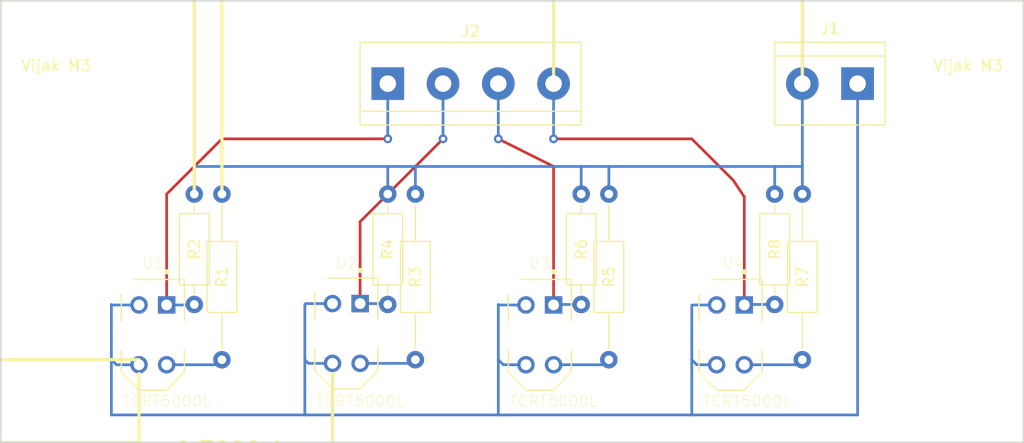
<source format=kicad_pcb>
(kicad_pcb (version 20171130) (host pcbnew "(5.0.2)-1")

  (general
    (thickness 1.6)
    (drawings 10)
    (tracks 80)
    (zones 0)
    (modules 16)
    (nets 11)
  )

  (page A4)
  (title_block
    (title "4 IR Sensors")
    (date 2019-11-12)
    (rev V1)
  )

  (layers
    (0 F.Cu signal)
    (31 B.Cu signal)
    (32 B.Adhes user)
    (33 F.Adhes user)
    (34 B.Paste user)
    (35 F.Paste user)
    (36 B.SilkS user)
    (37 F.SilkS user hide)
    (38 B.Mask user)
    (39 F.Mask user)
    (40 Dwgs.User user)
    (41 Cmts.User user)
    (42 Eco1.User user)
    (43 Eco2.User user)
    (44 Edge.Cuts user)
    (45 Margin user)
    (46 B.CrtYd user)
    (47 F.CrtYd user)
    (48 B.Fab user)
    (49 F.Fab user hide)
  )

  (setup
    (last_trace_width 0.25)
    (trace_clearance 0.2)
    (zone_clearance 0.508)
    (zone_45_only no)
    (trace_min 0.2)
    (segment_width 0.2)
    (edge_width 0.15)
    (via_size 0.8)
    (via_drill 0.4)
    (via_min_size 0.4)
    (via_min_drill 0.3)
    (uvia_size 0.3)
    (uvia_drill 0.1)
    (uvias_allowed no)
    (uvia_min_size 0.2)
    (uvia_min_drill 0.1)
    (pcb_text_width 0.3)
    (pcb_text_size 1.5 1.5)
    (mod_edge_width 0.15)
    (mod_text_size 1 1)
    (mod_text_width 0.15)
    (pad_size 1.524 1.524)
    (pad_drill 0.762)
    (pad_to_mask_clearance 0.051)
    (solder_mask_min_width 0.25)
    (aux_axis_origin 0 0)
    (visible_elements 7FFFFFFF)
    (pcbplotparams
      (layerselection 0x010fc_ffffffff)
      (usegerberextensions false)
      (usegerberattributes false)
      (usegerberadvancedattributes false)
      (creategerberjobfile false)
      (excludeedgelayer true)
      (linewidth 0.100000)
      (plotframeref false)
      (viasonmask false)
      (mode 1)
      (useauxorigin false)
      (hpglpennumber 1)
      (hpglpenspeed 20)
      (hpglpendiameter 15.000000)
      (psnegative false)
      (psa4output false)
      (plotreference true)
      (plotvalue true)
      (plotinvisibletext false)
      (padsonsilk false)
      (subtractmaskfromsilk false)
      (outputformat 1)
      (mirror false)
      (drillshape 1)
      (scaleselection 1)
      (outputdirectory ""))
  )

  (net 0 "")
  (net 1 "Net-(J1-Pad1)")
  (net 2 "Net-(J1-Pad2)")
  (net 3 "Net-(J2-Pad2)")
  (net 4 "Net-(J2-Pad3)")
  (net 5 "Net-(J2-Pad1)")
  (net 6 "Net-(J2-Pad4)")
  (net 7 "Net-(R1-Pad2)")
  (net 8 "Net-(R3-Pad2)")
  (net 9 "Net-(R5-Pad2)")
  (net 10 "Net-(R7-Pad2)")

  (net_class Default "This is the default net class."
    (clearance 0.2)
    (trace_width 0.25)
    (via_dia 0.8)
    (via_drill 0.4)
    (uvia_dia 0.3)
    (uvia_drill 0.1)
    (add_net "Net-(J1-Pad1)")
    (add_net "Net-(J1-Pad2)")
    (add_net "Net-(J2-Pad1)")
    (add_net "Net-(J2-Pad2)")
    (add_net "Net-(J2-Pad3)")
    (add_net "Net-(J2-Pad4)")
    (add_net "Net-(R1-Pad2)")
    (add_net "Net-(R3-Pad2)")
    (add_net "Net-(R5-Pad2)")
    (add_net "Net-(R7-Pad2)")
  )

  (module MountingHole:MountingHole_3.2mm_M3 (layer F.Cu) (tedit 5DCAD7DD) (tstamp 5DD79F26)
    (at 203.2 111.76)
    (descr "Mounting Hole 3.2mm, no annular, M3")
    (tags "mounting hole 3.2mm no annular m3")
    (attr virtual)
    (fp_text reference "Vijak M3" (at 0 -4.2) (layer F.SilkS)
      (effects (font (size 1 1) (thickness 0.15)))
    )
    (fp_text value MountingHole_3.2mm_M3 (at 0 4.2) (layer F.Fab)
      (effects (font (size 1 1) (thickness 0.15)))
    )
    (fp_text user %R (at 0.3 0) (layer F.Fab)
      (effects (font (size 1 1) (thickness 0.15)))
    )
    (fp_circle (center 0 0) (end 3.2 0) (layer Cmts.User) (width 0.15))
    (fp_circle (center 0 0) (end 3.45 0) (layer F.CrtYd) (width 0.05))
    (pad 1 np_thru_hole circle (at 0 0) (size 3.2 3.2) (drill 3.2) (layers *.Cu *.Mask))
  )

  (module TerminalBlock:TerminalBlock_bornier-2_P5.08mm (layer F.Cu) (tedit 59FF03AB) (tstamp 5DD7718A)
    (at 193.04 109.22 180)
    (descr "simple 2-pin terminal block, pitch 5.08mm, revamped version of bornier2")
    (tags "terminal block bornier2")
    (path /5DCACA7D)
    (fp_text reference J1 (at 2.54 5.08 180) (layer F.SilkS)
      (effects (font (size 1 1) (thickness 0.15)))
    )
    (fp_text value Screw_Terminal_01x02 (at 2.54 5.08 180) (layer F.Fab)
      (effects (font (size 1 1) (thickness 0.15)))
    )
    (fp_text user %R (at 2.54 0 180) (layer F.Fab)
      (effects (font (size 1 1) (thickness 0.15)))
    )
    (fp_line (start -2.41 2.55) (end 7.49 2.55) (layer F.Fab) (width 0.1))
    (fp_line (start -2.46 -3.75) (end -2.46 3.75) (layer F.Fab) (width 0.1))
    (fp_line (start -2.46 3.75) (end 7.54 3.75) (layer F.Fab) (width 0.1))
    (fp_line (start 7.54 3.75) (end 7.54 -3.75) (layer F.Fab) (width 0.1))
    (fp_line (start 7.54 -3.75) (end -2.46 -3.75) (layer F.Fab) (width 0.1))
    (fp_line (start 7.62 2.54) (end -2.54 2.54) (layer F.SilkS) (width 0.12))
    (fp_line (start 7.62 3.81) (end 7.62 -3.81) (layer F.SilkS) (width 0.12))
    (fp_line (start 7.62 -3.81) (end -2.54 -3.81) (layer F.SilkS) (width 0.12))
    (fp_line (start -2.54 -3.81) (end -2.54 3.81) (layer F.SilkS) (width 0.12))
    (fp_line (start -2.54 3.81) (end 7.62 3.81) (layer F.SilkS) (width 0.12))
    (fp_line (start -2.71 -4) (end 7.79 -4) (layer F.CrtYd) (width 0.05))
    (fp_line (start -2.71 -4) (end -2.71 4) (layer F.CrtYd) (width 0.05))
    (fp_line (start 7.79 4) (end 7.79 -4) (layer F.CrtYd) (width 0.05))
    (fp_line (start 7.79 4) (end -2.71 4) (layer F.CrtYd) (width 0.05))
    (pad 1 thru_hole rect (at 0 0 180) (size 3 3) (drill 1.52) (layers *.Cu *.Mask)
      (net 1 "Net-(J1-Pad1)"))
    (pad 2 thru_hole circle (at 5.08 0 180) (size 3 3) (drill 1.52) (layers *.Cu *.Mask)
      (net 2 "Net-(J1-Pad2)"))
    (model ${KISYS3DMOD}/TerminalBlock.3dshapes/TerminalBlock_bornier-2_P5.08mm.wrl
      (offset (xyz 2.539999961853027 0 0))
      (scale (xyz 1 1 1))
      (rotate (xyz 0 0 0))
    )
  )

  (module TerminalBlock:TerminalBlock_bornier-4_P5.08mm (layer F.Cu) (tedit 5DCBE71E) (tstamp 5DD771A2)
    (at 149.86 109.22)
    (descr "simple 4-pin terminal block, pitch 5.08mm, revamped version of bornier4")
    (tags "terminal block bornier4")
    (path /5DCAC954)
    (fp_text reference J2 (at 7.62 -4.8) (layer F.SilkS)
      (effects (font (size 1 1) (thickness 0.15)))
    )
    (fp_text value Screw_Terminal_01x04 (at 17.78 -5.08) (layer F.Fab)
      (effects (font (size 1 1) (thickness 0.15)))
    )
    (fp_text user %R (at 7.62 0) (layer F.Fab)
      (effects (font (size 1 1) (thickness 0.15)))
    )
    (fp_line (start -2.48 2.55) (end 17.72 2.55) (layer F.Fab) (width 0.1))
    (fp_line (start -2.43 3.75) (end -2.48 3.75) (layer F.Fab) (width 0.1))
    (fp_line (start -2.48 3.75) (end -2.48 -3.75) (layer F.Fab) (width 0.1))
    (fp_line (start -2.48 -3.75) (end 17.72 -3.75) (layer F.Fab) (width 0.1))
    (fp_line (start 17.72 -3.75) (end 17.72 3.75) (layer F.Fab) (width 0.1))
    (fp_line (start 17.72 3.75) (end -2.43 3.75) (layer F.Fab) (width 0.1))
    (fp_line (start -2.54 -3.81) (end -2.54 3.81) (layer F.SilkS) (width 0.12))
    (fp_line (start 17.78 3.81) (end 17.78 -3.81) (layer F.SilkS) (width 0.12))
    (fp_line (start 17.78 2.54) (end -2.54 2.54) (layer F.SilkS) (width 0.12))
    (fp_line (start -2.54 -3.81) (end 17.78 -3.81) (layer F.SilkS) (width 0.12))
    (fp_line (start -2.54 3.81) (end 17.78 3.81) (layer F.SilkS) (width 0.12))
    (fp_line (start -2.73 -4) (end 17.97 -4) (layer F.CrtYd) (width 0.05))
    (fp_line (start -2.73 -4) (end -2.73 4) (layer F.CrtYd) (width 0.05))
    (fp_line (start 17.97 4) (end 17.97 -4) (layer F.CrtYd) (width 0.05))
    (fp_line (start 17.97 4) (end -2.73 4) (layer F.CrtYd) (width 0.05))
    (pad 2 thru_hole circle (at 5.08 0) (size 3 3) (drill 1.52) (layers *.Cu *.Mask)
      (net 3 "Net-(J2-Pad2)"))
    (pad 3 thru_hole circle (at 10.16 0) (size 3 3) (drill 1.52) (layers *.Cu *.Mask)
      (net 4 "Net-(J2-Pad3)"))
    (pad 1 thru_hole rect (at 0 0) (size 3 3) (drill 1.52) (layers *.Cu *.Mask)
      (net 5 "Net-(J2-Pad1)"))
    (pad 4 thru_hole circle (at 15.24 0) (size 3 3) (drill 1.52) (layers *.Cu *.Mask)
      (net 6 "Net-(J2-Pad4)"))
    (model ${KISYS3DMOD}/TerminalBlock.3dshapes/TerminalBlock_bornier-4_P5.08mm.wrl
      (offset (xyz 7.619999885559082 0 0))
      (scale (xyz 1 1 1))
      (rotate (xyz 0 0 0))
    )
  )

  (module Resistor_THT:R_Axial_DIN0207_L6.3mm_D2.5mm_P10.16mm_Horizontal (layer F.Cu) (tedit 5AE5139B) (tstamp 5DD771D0)
    (at 132.08 129.54 90)
    (descr "Resistor, Axial_DIN0207 series, Axial, Horizontal, pin pitch=10.16mm, 0.25W = 1/4W, length*diameter=6.3*2.5mm^2, http://cdn-reichelt.de/documents/datenblatt/B400/1_4W%23YAG.pdf")
    (tags "Resistor Axial_DIN0207 series Axial Horizontal pin pitch 10.16mm 0.25W = 1/4W length 6.3mm diameter 2.5mm")
    (path /5DCAD071)
    (fp_text reference R2 (at 5.08 0 90) (layer F.SilkS)
      (effects (font (size 1 1) (thickness 0.15)))
    )
    (fp_text value 10k (at 5.08 2.37 90) (layer F.Fab)
      (effects (font (size 1 1) (thickness 0.15)))
    )
    (fp_text user %R (at 5.08 0 90) (layer F.Fab)
      (effects (font (size 1 1) (thickness 0.15)))
    )
    (fp_line (start 11.21 -1.5) (end -1.05 -1.5) (layer F.CrtYd) (width 0.05))
    (fp_line (start 11.21 1.5) (end 11.21 -1.5) (layer F.CrtYd) (width 0.05))
    (fp_line (start -1.05 1.5) (end 11.21 1.5) (layer F.CrtYd) (width 0.05))
    (fp_line (start -1.05 -1.5) (end -1.05 1.5) (layer F.CrtYd) (width 0.05))
    (fp_line (start 9.12 0) (end 8.35 0) (layer F.SilkS) (width 0.12))
    (fp_line (start 1.04 0) (end 1.81 0) (layer F.SilkS) (width 0.12))
    (fp_line (start 8.35 -1.37) (end 1.81 -1.37) (layer F.SilkS) (width 0.12))
    (fp_line (start 8.35 1.37) (end 8.35 -1.37) (layer F.SilkS) (width 0.12))
    (fp_line (start 1.81 1.37) (end 8.35 1.37) (layer F.SilkS) (width 0.12))
    (fp_line (start 1.81 -1.37) (end 1.81 1.37) (layer F.SilkS) (width 0.12))
    (fp_line (start 10.16 0) (end 8.23 0) (layer F.Fab) (width 0.1))
    (fp_line (start 0 0) (end 1.93 0) (layer F.Fab) (width 0.1))
    (fp_line (start 8.23 -1.25) (end 1.93 -1.25) (layer F.Fab) (width 0.1))
    (fp_line (start 8.23 1.25) (end 8.23 -1.25) (layer F.Fab) (width 0.1))
    (fp_line (start 1.93 1.25) (end 8.23 1.25) (layer F.Fab) (width 0.1))
    (fp_line (start 1.93 -1.25) (end 1.93 1.25) (layer F.Fab) (width 0.1))
    (pad 2 thru_hole oval (at 10.16 0 90) (size 1.6 1.6) (drill 0.8) (layers *.Cu *.Mask)
      (net 2 "Net-(J1-Pad2)"))
    (pad 1 thru_hole circle (at 0 0 90) (size 1.6 1.6) (drill 0.8) (layers *.Cu *.Mask)
      (net 5 "Net-(J2-Pad1)"))
    (model ${KISYS3DMOD}/Resistor_THT.3dshapes/R_Axial_DIN0207_L6.3mm_D2.5mm_P10.16mm_Horizontal.wrl
      (at (xyz 0 0 0))
      (scale (xyz 1 1 1))
      (rotate (xyz 0 0 0))
    )
  )

  (module Resistor_THT:R_Axial_DIN0207_L6.3mm_D2.5mm_P10.16mm_Horizontal (layer F.Cu) (tedit 5AE5139B) (tstamp 5DD771FE)
    (at 149.86 129.54 90)
    (descr "Resistor, Axial_DIN0207 series, Axial, Horizontal, pin pitch=10.16mm, 0.25W = 1/4W, length*diameter=6.3*2.5mm^2, http://cdn-reichelt.de/documents/datenblatt/B400/1_4W%23YAG.pdf")
    (tags "Resistor Axial_DIN0207 series Axial Horizontal pin pitch 10.16mm 0.25W = 1/4W length 6.3mm diameter 2.5mm")
    (path /5DCAD5D7)
    (fp_text reference R4 (at 5.08 0 90) (layer F.SilkS)
      (effects (font (size 1 1) (thickness 0.15)))
    )
    (fp_text value 10k (at 5.08 2.37 90) (layer F.Fab)
      (effects (font (size 1 1) (thickness 0.15)))
    )
    (fp_text user %R (at 5.08 0 90) (layer F.Fab)
      (effects (font (size 1 1) (thickness 0.15)))
    )
    (fp_line (start 11.21 -1.5) (end -1.05 -1.5) (layer F.CrtYd) (width 0.05))
    (fp_line (start 11.21 1.5) (end 11.21 -1.5) (layer F.CrtYd) (width 0.05))
    (fp_line (start -1.05 1.5) (end 11.21 1.5) (layer F.CrtYd) (width 0.05))
    (fp_line (start -1.05 -1.5) (end -1.05 1.5) (layer F.CrtYd) (width 0.05))
    (fp_line (start 9.12 0) (end 8.35 0) (layer F.SilkS) (width 0.12))
    (fp_line (start 1.04 0) (end 1.81 0) (layer F.SilkS) (width 0.12))
    (fp_line (start 8.35 -1.37) (end 1.81 -1.37) (layer F.SilkS) (width 0.12))
    (fp_line (start 8.35 1.37) (end 8.35 -1.37) (layer F.SilkS) (width 0.12))
    (fp_line (start 1.81 1.37) (end 8.35 1.37) (layer F.SilkS) (width 0.12))
    (fp_line (start 1.81 -1.37) (end 1.81 1.37) (layer F.SilkS) (width 0.12))
    (fp_line (start 10.16 0) (end 8.23 0) (layer F.Fab) (width 0.1))
    (fp_line (start 0 0) (end 1.93 0) (layer F.Fab) (width 0.1))
    (fp_line (start 8.23 -1.25) (end 1.93 -1.25) (layer F.Fab) (width 0.1))
    (fp_line (start 8.23 1.25) (end 8.23 -1.25) (layer F.Fab) (width 0.1))
    (fp_line (start 1.93 1.25) (end 8.23 1.25) (layer F.Fab) (width 0.1))
    (fp_line (start 1.93 -1.25) (end 1.93 1.25) (layer F.Fab) (width 0.1))
    (pad 2 thru_hole oval (at 10.16 0 90) (size 1.6 1.6) (drill 0.8) (layers *.Cu *.Mask)
      (net 2 "Net-(J1-Pad2)"))
    (pad 1 thru_hole circle (at 0 0 90) (size 1.6 1.6) (drill 0.8) (layers *.Cu *.Mask)
      (net 3 "Net-(J2-Pad2)"))
    (model ${KISYS3DMOD}/Resistor_THT.3dshapes/R_Axial_DIN0207_L6.3mm_D2.5mm_P10.16mm_Horizontal.wrl
      (at (xyz 0 0 0))
      (scale (xyz 1 1 1))
      (rotate (xyz 0 0 0))
    )
  )

  (module Resistor_THT:R_Axial_DIN0207_L6.3mm_D2.5mm_P10.16mm_Horizontal (layer F.Cu) (tedit 5AE5139B) (tstamp 5DD7722C)
    (at 167.64 129.54 90)
    (descr "Resistor, Axial_DIN0207 series, Axial, Horizontal, pin pitch=10.16mm, 0.25W = 1/4W, length*diameter=6.3*2.5mm^2, http://cdn-reichelt.de/documents/datenblatt/B400/1_4W%23YAG.pdf")
    (tags "Resistor Axial_DIN0207 series Axial Horizontal pin pitch 10.16mm 0.25W = 1/4W length 6.3mm diameter 2.5mm")
    (path /5DCAD665)
    (fp_text reference R6 (at 5.08 0 90) (layer F.SilkS)
      (effects (font (size 1 1) (thickness 0.15)))
    )
    (fp_text value 10k (at 5.08 2.37 90) (layer F.Fab)
      (effects (font (size 1 1) (thickness 0.15)))
    )
    (fp_text user %R (at 5.08 0.163217 90) (layer F.Fab)
      (effects (font (size 1 1) (thickness 0.15)))
    )
    (fp_line (start 11.21 -1.5) (end -1.05 -1.5) (layer F.CrtYd) (width 0.05))
    (fp_line (start 11.21 1.5) (end 11.21 -1.5) (layer F.CrtYd) (width 0.05))
    (fp_line (start -1.05 1.5) (end 11.21 1.5) (layer F.CrtYd) (width 0.05))
    (fp_line (start -1.05 -1.5) (end -1.05 1.5) (layer F.CrtYd) (width 0.05))
    (fp_line (start 9.12 0) (end 8.35 0) (layer F.SilkS) (width 0.12))
    (fp_line (start 1.04 0) (end 1.81 0) (layer F.SilkS) (width 0.12))
    (fp_line (start 8.35 -1.37) (end 1.81 -1.37) (layer F.SilkS) (width 0.12))
    (fp_line (start 8.35 1.37) (end 8.35 -1.37) (layer F.SilkS) (width 0.12))
    (fp_line (start 1.81 1.37) (end 8.35 1.37) (layer F.SilkS) (width 0.12))
    (fp_line (start 1.81 -1.37) (end 1.81 1.37) (layer F.SilkS) (width 0.12))
    (fp_line (start 10.16 0) (end 8.23 0) (layer F.Fab) (width 0.1))
    (fp_line (start 0 0) (end 1.93 0) (layer F.Fab) (width 0.1))
    (fp_line (start 8.23 -1.25) (end 1.93 -1.25) (layer F.Fab) (width 0.1))
    (fp_line (start 8.23 1.25) (end 8.23 -1.25) (layer F.Fab) (width 0.1))
    (fp_line (start 1.93 1.25) (end 8.23 1.25) (layer F.Fab) (width 0.1))
    (fp_line (start 1.93 -1.25) (end 1.93 1.25) (layer F.Fab) (width 0.1))
    (pad 2 thru_hole oval (at 10.16 0 90) (size 1.6 1.6) (drill 0.8) (layers *.Cu *.Mask)
      (net 2 "Net-(J1-Pad2)"))
    (pad 1 thru_hole circle (at 0 0 90) (size 1.6 1.6) (drill 0.8) (layers *.Cu *.Mask)
      (net 4 "Net-(J2-Pad3)"))
    (model ${KISYS3DMOD}/Resistor_THT.3dshapes/R_Axial_DIN0207_L6.3mm_D2.5mm_P10.16mm_Horizontal.wrl
      (at (xyz 0 0 0))
      (scale (xyz 1 1 1))
      (rotate (xyz 0 0 0))
    )
  )

  (module Resistor_THT:R_Axial_DIN0207_L6.3mm_D2.5mm_P10.16mm_Horizontal (layer F.Cu) (tedit 5AE5139B) (tstamp 5DD7725A)
    (at 185.42 129.54 90)
    (descr "Resistor, Axial_DIN0207 series, Axial, Horizontal, pin pitch=10.16mm, 0.25W = 1/4W, length*diameter=6.3*2.5mm^2, http://cdn-reichelt.de/documents/datenblatt/B400/1_4W%23YAG.pdf")
    (tags "Resistor Axial_DIN0207 series Axial Horizontal pin pitch 10.16mm 0.25W = 1/4W length 6.3mm diameter 2.5mm")
    (path /5DCAD743)
    (fp_text reference R8 (at 5.08 0 90) (layer F.SilkS)
      (effects (font (size 1 1) (thickness 0.15)))
    )
    (fp_text value 10k (at 5.08 2.37 90) (layer F.Fab)
      (effects (font (size 1 1) (thickness 0.15)))
    )
    (fp_text user %R (at 5.08 0 90) (layer F.Fab)
      (effects (font (size 1 1) (thickness 0.15)))
    )
    (fp_line (start 11.21 -1.5) (end -1.05 -1.5) (layer F.CrtYd) (width 0.05))
    (fp_line (start 11.21 1.5) (end 11.21 -1.5) (layer F.CrtYd) (width 0.05))
    (fp_line (start -1.05 1.5) (end 11.21 1.5) (layer F.CrtYd) (width 0.05))
    (fp_line (start -1.05 -1.5) (end -1.05 1.5) (layer F.CrtYd) (width 0.05))
    (fp_line (start 9.12 0) (end 8.35 0) (layer F.SilkS) (width 0.12))
    (fp_line (start 1.04 0) (end 1.81 0) (layer F.SilkS) (width 0.12))
    (fp_line (start 8.35 -1.37) (end 1.81 -1.37) (layer F.SilkS) (width 0.12))
    (fp_line (start 8.35 1.37) (end 8.35 -1.37) (layer F.SilkS) (width 0.12))
    (fp_line (start 1.81 1.37) (end 8.35 1.37) (layer F.SilkS) (width 0.12))
    (fp_line (start 1.81 -1.37) (end 1.81 1.37) (layer F.SilkS) (width 0.12))
    (fp_line (start 10.16 0) (end 8.23 0) (layer F.Fab) (width 0.1))
    (fp_line (start 0 0) (end 1.93 0) (layer F.Fab) (width 0.1))
    (fp_line (start 8.23 -1.25) (end 1.93 -1.25) (layer F.Fab) (width 0.1))
    (fp_line (start 8.23 1.25) (end 8.23 -1.25) (layer F.Fab) (width 0.1))
    (fp_line (start 1.93 1.25) (end 8.23 1.25) (layer F.Fab) (width 0.1))
    (fp_line (start 1.93 -1.25) (end 1.93 1.25) (layer F.Fab) (width 0.1))
    (pad 2 thru_hole oval (at 10.16 0 90) (size 1.6 1.6) (drill 0.8) (layers *.Cu *.Mask)
      (net 2 "Net-(J1-Pad2)"))
    (pad 1 thru_hole circle (at 0 0 90) (size 1.6 1.6) (drill 0.8) (layers *.Cu *.Mask)
      (net 6 "Net-(J2-Pad4)"))
    (model ${KISYS3DMOD}/Resistor_THT.3dshapes/R_Axial_DIN0207_L6.3mm_D2.5mm_P10.16mm_Horizontal.wrl
      (at (xyz 0 0 0))
      (scale (xyz 1 1 1))
      (rotate (xyz 0 0 0))
    )
  )

  (module XDCR_TCRT5000L (layer F.Cu) (tedit 0) (tstamp 5DD77278)
    (at 128.27 132.334 270)
    (path /5DCAC7CC)
    (fp_text reference U1 (at -6.604 0) (layer F.SilkS)
      (effects (font (size 1.0037 1.0037) (thickness 0.05)))
    )
    (fp_text value TCRT5000L (at 6.096 -1.27) (layer F.SilkS)
      (effects (font (size 1.00148 1.00148) (thickness 0.05)))
    )
    (fp_line (start -5.1 -2.9) (end -1.3 -2.9) (layer F.SilkS) (width 0.127))
    (fp_line (start 1.4 -2.9) (end 3.4 -2.9) (layer F.SilkS) (width 0.127))
    (fp_line (start 3.4 2.9) (end 1.4 2.9) (layer F.SilkS) (width 0.127))
    (fp_line (start -1.3 2.9) (end -3.7 2.9) (layer F.SilkS) (width 0.127))
    (fp_line (start -5.1 1.7) (end -5.1 -2.9) (layer F.SilkS) (width 0.127))
    (fp_line (start 3.4 -2.9) (end 5.1 -1.25) (layer F.SilkS) (width 0.127))
    (fp_line (start 5.1 -1.25) (end 5.1 1.25) (layer F.SilkS) (width 0.127))
    (fp_line (start 5.1 1.25) (end 3.4 2.9) (layer F.SilkS) (width 0.127))
    (fp_line (start -5.35 -3.15) (end 5.35 -3.15) (layer Eco1.User) (width 0.05))
    (fp_line (start 5.35 -3.15) (end 5.35 3.15) (layer Eco1.User) (width 0.05))
    (fp_line (start 5.35 3.15) (end -5.35 3.15) (layer Eco1.User) (width 0.05))
    (fp_line (start -5.35 3.15) (end -5.35 -3.15) (layer Eco1.User) (width 0.05))
    (fp_line (start -5.1 -2.9) (end 3.4 -2.9) (layer Eco2.User) (width 0.127))
    (fp_line (start 3.4 -2.9) (end 5.1 -1.25) (layer Eco2.User) (width 0.127))
    (fp_line (start 5.1 -1.25) (end 5.1 1.25) (layer Eco2.User) (width 0.127))
    (fp_line (start 5.1 1.25) (end 3.4 2.9) (layer Eco2.User) (width 0.127))
    (fp_line (start 3.4 2.9) (end -5.1 2.9) (layer Eco2.User) (width 0.127))
    (fp_line (start -5.1 2.9) (end -5.1 -2.9) (layer Eco2.User) (width 0.127))
    (fp_circle (center -5.8 -1.3) (end -5.68 -1.3) (layer F.SilkS) (width 0.24))
    (pad 1 thru_hole rect (at -2.75 -1.27 270) (size 1.6 1.6) (drill 1) (layers *.Cu *.Mask)
      (net 5 "Net-(J2-Pad1)"))
    (pad 2 thru_hole circle (at -2.75 1.27 270) (size 1.6 1.6) (drill 1) (layers *.Cu *.Mask)
      (net 1 "Net-(J1-Pad1)"))
    (pad 3 thru_hole circle (at 2.75 1.27 270) (size 1.6 1.6) (drill 1) (layers *.Cu *.Mask)
      (net 1 "Net-(J1-Pad1)"))
    (pad 4 thru_hole circle (at 2.75 -1.27 270) (size 1.6 1.6) (drill 1) (layers *.Cu *.Mask)
      (net 7 "Net-(R1-Pad2)"))
    (pad Hole np_thru_hole circle (at 0 -1.9 270) (size 2.5 2.5) (drill 2.5) (layers *.Cu *.Mask F.SilkS))
    (pad Hole np_thru_hole circle (at 0 1.9 270) (size 2.5 2.5) (drill 2.5) (layers *.Cu *.Mask F.SilkS))
    (pad Hole np_thru_hole circle (at -4.65 2.45 270) (size 1 1) (drill 1) (layers *.Cu *.Mask F.SilkS))
  )

  (module XDCR_TCRT5000L (layer F.Cu) (tedit 0) (tstamp 5DD77296)
    (at 146.05 132.207 270)
    (path /5DCAD5C9)
    (fp_text reference U2 (at -6.477 0) (layer F.SilkS)
      (effects (font (size 1.0037 1.0037) (thickness 0.05)))
    )
    (fp_text value TCRT5000L (at 6.223 -1.27 180) (layer F.SilkS)
      (effects (font (size 1.00148 1.00148) (thickness 0.05)))
    )
    (fp_circle (center -5.8 -1.3) (end -5.68 -1.3) (layer F.SilkS) (width 0.24))
    (fp_line (start -5.1 2.9) (end -5.1 -2.9) (layer Eco2.User) (width 0.127))
    (fp_line (start 3.4 2.9) (end -5.1 2.9) (layer Eco2.User) (width 0.127))
    (fp_line (start 5.1 1.25) (end 3.4 2.9) (layer Eco2.User) (width 0.127))
    (fp_line (start 5.1 -1.25) (end 5.1 1.25) (layer Eco2.User) (width 0.127))
    (fp_line (start 3.4 -2.9) (end 5.1 -1.25) (layer Eco2.User) (width 0.127))
    (fp_line (start -5.1 -2.9) (end 3.4 -2.9) (layer Eco2.User) (width 0.127))
    (fp_line (start -5.35 3.15) (end -5.35 -3.15) (layer Eco1.User) (width 0.05))
    (fp_line (start 5.35 3.15) (end -5.35 3.15) (layer Eco1.User) (width 0.05))
    (fp_line (start 5.35 -3.15) (end 5.35 3.15) (layer Eco1.User) (width 0.05))
    (fp_line (start -5.35 -3.15) (end 5.35 -3.15) (layer Eco1.User) (width 0.05))
    (fp_line (start 5.1 1.25) (end 3.4 2.9) (layer F.SilkS) (width 0.127))
    (fp_line (start 5.1 -1.25) (end 5.1 1.25) (layer F.SilkS) (width 0.127))
    (fp_line (start 3.4 -2.9) (end 5.1 -1.25) (layer F.SilkS) (width 0.127))
    (fp_line (start -5.1 1.7) (end -5.1 -2.9) (layer F.SilkS) (width 0.127))
    (fp_line (start -1.3 2.9) (end -3.7 2.9) (layer F.SilkS) (width 0.127))
    (fp_line (start 3.4 2.9) (end 1.4 2.9) (layer F.SilkS) (width 0.127))
    (fp_line (start 1.4 -2.9) (end 3.4 -2.9) (layer F.SilkS) (width 0.127))
    (fp_line (start -5.1 -2.9) (end -1.3 -2.9) (layer F.SilkS) (width 0.127))
    (pad Hole np_thru_hole circle (at -4.65 2.45 270) (size 1 1) (drill 1) (layers *.Cu *.Mask F.SilkS))
    (pad Hole np_thru_hole circle (at 0 1.9 270) (size 2.5 2.5) (drill 2.5) (layers *.Cu *.Mask F.SilkS))
    (pad Hole np_thru_hole circle (at 0 -1.9 270) (size 2.5 2.5) (drill 2.5) (layers *.Cu *.Mask F.SilkS))
    (pad 4 thru_hole circle (at 2.75 -1.27 270) (size 1.6 1.6) (drill 1) (layers *.Cu *.Mask)
      (net 8 "Net-(R3-Pad2)"))
    (pad 3 thru_hole circle (at 2.75 1.27 270) (size 1.6 1.6) (drill 1) (layers *.Cu *.Mask)
      (net 1 "Net-(J1-Pad1)"))
    (pad 2 thru_hole circle (at -2.75 1.27 270) (size 1.6 1.6) (drill 1) (layers *.Cu *.Mask)
      (net 1 "Net-(J1-Pad1)"))
    (pad 1 thru_hole rect (at -2.75 -1.27 270) (size 1.6 1.6) (drill 1) (layers *.Cu *.Mask)
      (net 3 "Net-(J2-Pad2)"))
  )

  (module XDCR_TCRT5000L (layer F.Cu) (tedit 0) (tstamp 5DD772B4)
    (at 163.83 132.334 270)
    (path /5DCAD657)
    (fp_text reference U3 (at -6.604 0) (layer F.SilkS)
      (effects (font (size 1.0037 1.0037) (thickness 0.05)))
    )
    (fp_text value TCRT5000L (at 6.096 -1.27) (layer F.SilkS)
      (effects (font (size 1.00148 1.00148) (thickness 0.05)))
    )
    (fp_line (start -5.1 -2.9) (end -1.3 -2.9) (layer F.SilkS) (width 0.127))
    (fp_line (start 1.4 -2.9) (end 3.4 -2.9) (layer F.SilkS) (width 0.127))
    (fp_line (start 3.4 2.9) (end 1.4 2.9) (layer F.SilkS) (width 0.127))
    (fp_line (start -1.3 2.9) (end -3.7 2.9) (layer F.SilkS) (width 0.127))
    (fp_line (start -5.1 1.7) (end -5.1 -2.9) (layer F.SilkS) (width 0.127))
    (fp_line (start 3.4 -2.9) (end 5.1 -1.25) (layer F.SilkS) (width 0.127))
    (fp_line (start 5.1 -1.25) (end 5.1 1.25) (layer F.SilkS) (width 0.127))
    (fp_line (start 5.1 1.25) (end 3.4 2.9) (layer F.SilkS) (width 0.127))
    (fp_line (start -5.35 -3.15) (end 5.35 -3.15) (layer Eco1.User) (width 0.05))
    (fp_line (start 5.35 -3.15) (end 5.35 3.15) (layer Eco1.User) (width 0.05))
    (fp_line (start 5.35 3.15) (end -5.35 3.15) (layer Eco1.User) (width 0.05))
    (fp_line (start -5.35 3.15) (end -5.35 -3.15) (layer Eco1.User) (width 0.05))
    (fp_line (start -5.1 -2.9) (end 3.4 -2.9) (layer Eco2.User) (width 0.127))
    (fp_line (start 3.4 -2.9) (end 5.1 -1.25) (layer Eco2.User) (width 0.127))
    (fp_line (start 5.1 -1.25) (end 5.1 1.25) (layer Eco2.User) (width 0.127))
    (fp_line (start 5.1 1.25) (end 3.4 2.9) (layer Eco2.User) (width 0.127))
    (fp_line (start 3.4 2.9) (end -5.1 2.9) (layer Eco2.User) (width 0.127))
    (fp_line (start -5.1 2.9) (end -5.1 -2.9) (layer Eco2.User) (width 0.127))
    (fp_circle (center -5.8 -1.3) (end -5.68 -1.3) (layer F.SilkS) (width 0.24))
    (pad 1 thru_hole rect (at -2.75 -1.27 270) (size 1.6 1.6) (drill 1) (layers *.Cu *.Mask)
      (net 4 "Net-(J2-Pad3)"))
    (pad 2 thru_hole circle (at -2.75 1.27 270) (size 1.6 1.6) (drill 1) (layers *.Cu *.Mask)
      (net 1 "Net-(J1-Pad1)"))
    (pad 3 thru_hole circle (at 2.75 1.27 270) (size 1.6 1.6) (drill 1) (layers *.Cu *.Mask)
      (net 1 "Net-(J1-Pad1)"))
    (pad 4 thru_hole circle (at 2.75 -1.27 270) (size 1.6 1.6) (drill 1) (layers *.Cu *.Mask)
      (net 9 "Net-(R5-Pad2)"))
    (pad Hole np_thru_hole circle (at 0 -1.9 270) (size 2.5 2.5) (drill 2.5) (layers *.Cu *.Mask F.SilkS))
    (pad Hole np_thru_hole circle (at 0 1.9 270) (size 2.5 2.5) (drill 2.5) (layers *.Cu *.Mask F.SilkS))
    (pad Hole np_thru_hole circle (at -4.65 2.45 270) (size 1 1) (drill 1) (layers *.Cu *.Mask F.SilkS))
  )

  (module XDCR_TCRT5000L (layer F.Cu) (tedit 0) (tstamp 5DD772D2)
    (at 181.356 132.334 270)
    (path /5DCAD735)
    (fp_text reference U4 (at -6.604 -0.254) (layer F.SilkS)
      (effects (font (size 1.0037 1.0037) (thickness 0.05)))
    )
    (fp_text value TCRT5000L (at 6.096 -1.524) (layer F.SilkS)
      (effects (font (size 1.00148 1.00148) (thickness 0.05)))
    )
    (fp_circle (center -5.8 -1.3) (end -5.68 -1.3) (layer F.SilkS) (width 0.24))
    (fp_line (start -5.1 2.9) (end -5.1 -2.9) (layer Eco2.User) (width 0.127))
    (fp_line (start 3.4 2.9) (end -5.1 2.9) (layer Eco2.User) (width 0.127))
    (fp_line (start 5.1 1.25) (end 3.4 2.9) (layer Eco2.User) (width 0.127))
    (fp_line (start 5.1 -1.25) (end 5.1 1.25) (layer Eco2.User) (width 0.127))
    (fp_line (start 3.4 -2.9) (end 5.1 -1.25) (layer Eco2.User) (width 0.127))
    (fp_line (start -5.1 -2.9) (end 3.4 -2.9) (layer Eco2.User) (width 0.127))
    (fp_line (start -5.35 3.15) (end -5.35 -3.15) (layer Eco1.User) (width 0.05))
    (fp_line (start 5.35 3.15) (end -5.35 3.15) (layer Eco1.User) (width 0.05))
    (fp_line (start 5.35 -3.15) (end 5.35 3.15) (layer Eco1.User) (width 0.05))
    (fp_line (start -5.35 -3.15) (end 5.35 -3.15) (layer Eco1.User) (width 0.05))
    (fp_line (start 5.1 1.25) (end 3.4 2.9) (layer F.SilkS) (width 0.127))
    (fp_line (start 5.1 -1.25) (end 5.1 1.25) (layer F.SilkS) (width 0.127))
    (fp_line (start 3.4 -2.9) (end 5.1 -1.25) (layer F.SilkS) (width 0.127))
    (fp_line (start -5.1 1.7) (end -5.1 -2.9) (layer F.SilkS) (width 0.127))
    (fp_line (start -1.3 2.9) (end -3.7 2.9) (layer F.SilkS) (width 0.127))
    (fp_line (start 3.4 2.9) (end 1.4 2.9) (layer F.SilkS) (width 0.127))
    (fp_line (start 1.4 -2.9) (end 3.4 -2.9) (layer F.SilkS) (width 0.127))
    (fp_line (start -5.1 -2.9) (end -1.3 -2.9) (layer F.SilkS) (width 0.127))
    (pad Hole np_thru_hole circle (at -4.65 2.45 270) (size 1 1) (drill 1) (layers *.Cu *.Mask F.SilkS))
    (pad Hole np_thru_hole circle (at 0 1.9 270) (size 2.5 2.5) (drill 2.5) (layers *.Cu *.Mask F.SilkS))
    (pad Hole np_thru_hole circle (at 0 -1.9 270) (size 2.5 2.5) (drill 2.5) (layers *.Cu *.Mask F.SilkS))
    (pad 4 thru_hole circle (at 2.75 -1.27 270) (size 1.6 1.6) (drill 1) (layers *.Cu *.Mask)
      (net 10 "Net-(R7-Pad2)"))
    (pad 3 thru_hole circle (at 2.75 1.27 270) (size 1.6 1.6) (drill 1) (layers *.Cu *.Mask)
      (net 1 "Net-(J1-Pad1)"))
    (pad 2 thru_hole circle (at -2.75 1.27 270) (size 1.6 1.6) (drill 1) (layers *.Cu *.Mask)
      (net 1 "Net-(J1-Pad1)"))
    (pad 1 thru_hole rect (at -2.75 -1.27 270) (size 1.6 1.6) (drill 1) (layers *.Cu *.Mask)
      (net 6 "Net-(J2-Pad4)"))
  )

  (module MountingHole:MountingHole_3.2mm_M3 (layer F.Cu) (tedit 5DCAD7D8) (tstamp 5DD79EE9)
    (at 119.38 111.76)
    (descr "Mounting Hole 3.2mm, no annular, M3")
    (tags "mounting hole 3.2mm no annular m3")
    (attr virtual)
    (fp_text reference "Vijak M3" (at 0 -4.2) (layer F.SilkS)
      (effects (font (size 1 1) (thickness 0.15)))
    )
    (fp_text value MountingHole_3.2mm_M3 (at 0 4.2) (layer F.Fab)
      (effects (font (size 1 1) (thickness 0.15)))
    )
    (fp_circle (center 0 0) (end 3.45 0) (layer F.CrtYd) (width 0.05))
    (fp_circle (center 0 0) (end 3.2 0) (layer Cmts.User) (width 0.15))
    (fp_text user %R (at 0.3 0) (layer F.Fab)
      (effects (font (size 1 1) (thickness 0.15)))
    )
    (pad 1 np_thru_hole circle (at 0 0) (size 3.2 3.2) (drill 3.2) (layers *.Cu *.Mask))
  )

  (module Resistor_THT:R_Axial_DIN0207_L6.3mm_D2.5mm_P15.24mm_Horizontal (layer F.Cu) (tedit 5AE5139B) (tstamp 5DCBF146)
    (at 134.62 119.38 270)
    (descr "Resistor, Axial_DIN0207 series, Axial, Horizontal, pin pitch=15.24mm, 0.25W = 1/4W, length*diameter=6.3*2.5mm^2, http://cdn-reichelt.de/documents/datenblatt/B400/1_4W%23YAG.pdf")
    (tags "Resistor Axial_DIN0207 series Axial Horizontal pin pitch 15.24mm 0.25W = 1/4W length 6.3mm diameter 2.5mm")
    (path /5DCACF3D)
    (fp_text reference R1 (at 7.62 0 270) (layer F.SilkS)
      (effects (font (size 1 1) (thickness 0.15)))
    )
    (fp_text value 300 (at 7.62 2.37 270) (layer F.Fab)
      (effects (font (size 1 1) (thickness 0.15)))
    )
    (fp_line (start 4.47 -1.25) (end 4.47 1.25) (layer F.Fab) (width 0.1))
    (fp_line (start 4.47 1.25) (end 10.77 1.25) (layer F.Fab) (width 0.1))
    (fp_line (start 10.77 1.25) (end 10.77 -1.25) (layer F.Fab) (width 0.1))
    (fp_line (start 10.77 -1.25) (end 4.47 -1.25) (layer F.Fab) (width 0.1))
    (fp_line (start 0 0) (end 4.47 0) (layer F.Fab) (width 0.1))
    (fp_line (start 15.24 0) (end 10.77 0) (layer F.Fab) (width 0.1))
    (fp_line (start 4.35 -1.37) (end 4.35 1.37) (layer F.SilkS) (width 0.12))
    (fp_line (start 4.35 1.37) (end 10.89 1.37) (layer F.SilkS) (width 0.12))
    (fp_line (start 10.89 1.37) (end 10.89 -1.37) (layer F.SilkS) (width 0.12))
    (fp_line (start 10.89 -1.37) (end 4.35 -1.37) (layer F.SilkS) (width 0.12))
    (fp_line (start 1.04 0) (end 4.35 0) (layer F.SilkS) (width 0.12))
    (fp_line (start 14.2 0) (end 10.89 0) (layer F.SilkS) (width 0.12))
    (fp_line (start -1.05 -1.5) (end -1.05 1.5) (layer F.CrtYd) (width 0.05))
    (fp_line (start -1.05 1.5) (end 16.29 1.5) (layer F.CrtYd) (width 0.05))
    (fp_line (start 16.29 1.5) (end 16.29 -1.5) (layer F.CrtYd) (width 0.05))
    (fp_line (start 16.29 -1.5) (end -1.05 -1.5) (layer F.CrtYd) (width 0.05))
    (fp_text user %R (at 7.62 0 270) (layer F.Fab)
      (effects (font (size 1 1) (thickness 0.15)))
    )
    (pad 1 thru_hole circle (at 0 0 270) (size 1.6 1.6) (drill 0.8) (layers *.Cu *.Mask)
      (net 2 "Net-(J1-Pad2)"))
    (pad 2 thru_hole oval (at 15.24 0 270) (size 1.6 1.6) (drill 0.8) (layers *.Cu *.Mask)
      (net 7 "Net-(R1-Pad2)"))
    (model ${KISYS3DMOD}/Resistor_THT.3dshapes/R_Axial_DIN0207_L6.3mm_D2.5mm_P15.24mm_Horizontal.wrl
      (at (xyz 0 0 0))
      (scale (xyz 1 1 1))
      (rotate (xyz 0 0 0))
    )
  )

  (module Resistor_THT:R_Axial_DIN0207_L6.3mm_D2.5mm_P15.24mm_Horizontal (layer F.Cu) (tedit 5AE5139B) (tstamp 5DCE57E4)
    (at 152.4 119.38 270)
    (descr "Resistor, Axial_DIN0207 series, Axial, Horizontal, pin pitch=15.24mm, 0.25W = 1/4W, length*diameter=6.3*2.5mm^2, http://cdn-reichelt.de/documents/datenblatt/B400/1_4W%23YAG.pdf")
    (tags "Resistor Axial_DIN0207 series Axial Horizontal pin pitch 15.24mm 0.25W = 1/4W length 6.3mm diameter 2.5mm")
    (path /5DCAD5D0)
    (fp_text reference R3 (at 7.62 0 270) (layer F.SilkS)
      (effects (font (size 1 1) (thickness 0.15)))
    )
    (fp_text value 300 (at 7.62 2.37 270) (layer F.Fab)
      (effects (font (size 1 1) (thickness 0.15)))
    )
    (fp_text user %R (at 7.62 0 270) (layer F.Fab)
      (effects (font (size 1 1) (thickness 0.15)))
    )
    (fp_line (start 16.29 -1.5) (end -1.05 -1.5) (layer F.CrtYd) (width 0.05))
    (fp_line (start 16.29 1.5) (end 16.29 -1.5) (layer F.CrtYd) (width 0.05))
    (fp_line (start -1.05 1.5) (end 16.29 1.5) (layer F.CrtYd) (width 0.05))
    (fp_line (start -1.05 -1.5) (end -1.05 1.5) (layer F.CrtYd) (width 0.05))
    (fp_line (start 14.2 0) (end 10.89 0) (layer F.SilkS) (width 0.12))
    (fp_line (start 1.04 0) (end 4.35 0) (layer F.SilkS) (width 0.12))
    (fp_line (start 10.89 -1.37) (end 4.35 -1.37) (layer F.SilkS) (width 0.12))
    (fp_line (start 10.89 1.37) (end 10.89 -1.37) (layer F.SilkS) (width 0.12))
    (fp_line (start 4.35 1.37) (end 10.89 1.37) (layer F.SilkS) (width 0.12))
    (fp_line (start 4.35 -1.37) (end 4.35 1.37) (layer F.SilkS) (width 0.12))
    (fp_line (start 15.24 0) (end 10.77 0) (layer F.Fab) (width 0.1))
    (fp_line (start 0 0) (end 4.47 0) (layer F.Fab) (width 0.1))
    (fp_line (start 10.77 -1.25) (end 4.47 -1.25) (layer F.Fab) (width 0.1))
    (fp_line (start 10.77 1.25) (end 10.77 -1.25) (layer F.Fab) (width 0.1))
    (fp_line (start 4.47 1.25) (end 10.77 1.25) (layer F.Fab) (width 0.1))
    (fp_line (start 4.47 -1.25) (end 4.47 1.25) (layer F.Fab) (width 0.1))
    (pad 2 thru_hole oval (at 15.24 0 270) (size 1.6 1.6) (drill 0.8) (layers *.Cu *.Mask)
      (net 8 "Net-(R3-Pad2)"))
    (pad 1 thru_hole circle (at 0 0 270) (size 1.6 1.6) (drill 0.8) (layers *.Cu *.Mask)
      (net 2 "Net-(J1-Pad2)"))
    (model ${KISYS3DMOD}/Resistor_THT.3dshapes/R_Axial_DIN0207_L6.3mm_D2.5mm_P15.24mm_Horizontal.wrl
      (at (xyz 0 0 0))
      (scale (xyz 1 1 1))
      (rotate (xyz 0 0 0))
    )
  )

  (module Resistor_THT:R_Axial_DIN0207_L6.3mm_D2.5mm_P15.24mm_Horizontal (layer F.Cu) (tedit 5AE5139B) (tstamp 5DCBF174)
    (at 170.18 119.38 270)
    (descr "Resistor, Axial_DIN0207 series, Axial, Horizontal, pin pitch=15.24mm, 0.25W = 1/4W, length*diameter=6.3*2.5mm^2, http://cdn-reichelt.de/documents/datenblatt/B400/1_4W%23YAG.pdf")
    (tags "Resistor Axial_DIN0207 series Axial Horizontal pin pitch 15.24mm 0.25W = 1/4W length 6.3mm diameter 2.5mm")
    (path /5DCAD65E)
    (fp_text reference R5 (at 7.62 0 270) (layer F.SilkS)
      (effects (font (size 1 1) (thickness 0.15)))
    )
    (fp_text value 300 (at 7.62 2.37 270) (layer F.Fab)
      (effects (font (size 1 1) (thickness 0.15)))
    )
    (fp_line (start 4.47 -1.25) (end 4.47 1.25) (layer F.Fab) (width 0.1))
    (fp_line (start 4.47 1.25) (end 10.77 1.25) (layer F.Fab) (width 0.1))
    (fp_line (start 10.77 1.25) (end 10.77 -1.25) (layer F.Fab) (width 0.1))
    (fp_line (start 10.77 -1.25) (end 4.47 -1.25) (layer F.Fab) (width 0.1))
    (fp_line (start 0 0) (end 4.47 0) (layer F.Fab) (width 0.1))
    (fp_line (start 15.24 0) (end 10.77 0) (layer F.Fab) (width 0.1))
    (fp_line (start 4.35 -1.37) (end 4.35 1.37) (layer F.SilkS) (width 0.12))
    (fp_line (start 4.35 1.37) (end 10.89 1.37) (layer F.SilkS) (width 0.12))
    (fp_line (start 10.89 1.37) (end 10.89 -1.37) (layer F.SilkS) (width 0.12))
    (fp_line (start 10.89 -1.37) (end 4.35 -1.37) (layer F.SilkS) (width 0.12))
    (fp_line (start 1.04 0) (end 4.35 0) (layer F.SilkS) (width 0.12))
    (fp_line (start 14.2 0) (end 10.89 0) (layer F.SilkS) (width 0.12))
    (fp_line (start -1.05 -1.5) (end -1.05 1.5) (layer F.CrtYd) (width 0.05))
    (fp_line (start -1.05 1.5) (end 16.29 1.5) (layer F.CrtYd) (width 0.05))
    (fp_line (start 16.29 1.5) (end 16.29 -1.5) (layer F.CrtYd) (width 0.05))
    (fp_line (start 16.29 -1.5) (end -1.05 -1.5) (layer F.CrtYd) (width 0.05))
    (fp_text user %R (at 7.62 0 270) (layer F.Fab)
      (effects (font (size 1 1) (thickness 0.15)))
    )
    (pad 1 thru_hole circle (at 0 0 270) (size 1.6 1.6) (drill 0.8) (layers *.Cu *.Mask)
      (net 2 "Net-(J1-Pad2)"))
    (pad 2 thru_hole oval (at 15.24 0 270) (size 1.6 1.6) (drill 0.8) (layers *.Cu *.Mask)
      (net 9 "Net-(R5-Pad2)"))
    (model ${KISYS3DMOD}/Resistor_THT.3dshapes/R_Axial_DIN0207_L6.3mm_D2.5mm_P15.24mm_Horizontal.wrl
      (at (xyz 0 0 0))
      (scale (xyz 1 1 1))
      (rotate (xyz 0 0 0))
    )
  )

  (module Resistor_THT:R_Axial_DIN0207_L6.3mm_D2.5mm_P15.24mm_Horizontal (layer F.Cu) (tedit 5AE5139B) (tstamp 5DCBF18B)
    (at 187.96 119.38 270)
    (descr "Resistor, Axial_DIN0207 series, Axial, Horizontal, pin pitch=15.24mm, 0.25W = 1/4W, length*diameter=6.3*2.5mm^2, http://cdn-reichelt.de/documents/datenblatt/B400/1_4W%23YAG.pdf")
    (tags "Resistor Axial_DIN0207 series Axial Horizontal pin pitch 15.24mm 0.25W = 1/4W length 6.3mm diameter 2.5mm")
    (path /5DCAD73C)
    (fp_text reference R7 (at 7.62 0 270) (layer F.SilkS)
      (effects (font (size 1 1) (thickness 0.15)))
    )
    (fp_text value 300 (at 7.62 2.37 270) (layer F.Fab)
      (effects (font (size 1 1) (thickness 0.15)))
    )
    (fp_text user %R (at 7.62 0 270) (layer F.Fab)
      (effects (font (size 1 1) (thickness 0.15)))
    )
    (fp_line (start 16.29 -1.5) (end -1.05 -1.5) (layer F.CrtYd) (width 0.05))
    (fp_line (start 16.29 1.5) (end 16.29 -1.5) (layer F.CrtYd) (width 0.05))
    (fp_line (start -1.05 1.5) (end 16.29 1.5) (layer F.CrtYd) (width 0.05))
    (fp_line (start -1.05 -1.5) (end -1.05 1.5) (layer F.CrtYd) (width 0.05))
    (fp_line (start 14.2 0) (end 10.89 0) (layer F.SilkS) (width 0.12))
    (fp_line (start 1.04 0) (end 4.35 0) (layer F.SilkS) (width 0.12))
    (fp_line (start 10.89 -1.37) (end 4.35 -1.37) (layer F.SilkS) (width 0.12))
    (fp_line (start 10.89 1.37) (end 10.89 -1.37) (layer F.SilkS) (width 0.12))
    (fp_line (start 4.35 1.37) (end 10.89 1.37) (layer F.SilkS) (width 0.12))
    (fp_line (start 4.35 -1.37) (end 4.35 1.37) (layer F.SilkS) (width 0.12))
    (fp_line (start 15.24 0) (end 10.77 0) (layer F.Fab) (width 0.1))
    (fp_line (start 0 0) (end 4.47 0) (layer F.Fab) (width 0.1))
    (fp_line (start 10.77 -1.25) (end 4.47 -1.25) (layer F.Fab) (width 0.1))
    (fp_line (start 10.77 1.25) (end 10.77 -1.25) (layer F.Fab) (width 0.1))
    (fp_line (start 4.47 1.25) (end 10.77 1.25) (layer F.Fab) (width 0.1))
    (fp_line (start 4.47 -1.25) (end 4.47 1.25) (layer F.Fab) (width 0.1))
    (pad 2 thru_hole oval (at 15.24 0 270) (size 1.6 1.6) (drill 0.8) (layers *.Cu *.Mask)
      (net 10 "Net-(R7-Pad2)"))
    (pad 1 thru_hole circle (at 0 0 270) (size 1.6 1.6) (drill 0.8) (layers *.Cu *.Mask)
      (net 2 "Net-(J1-Pad2)"))
    (model ${KISYS3DMOD}/Resistor_THT.3dshapes/R_Axial_DIN0207_L6.3mm_D2.5mm_P15.24mm_Horizontal.wrl
      (at (xyz 0 0 0))
      (scale (xyz 1 1 1))
      (rotate (xyz 0 0 0))
    )
  )

  (dimension 2.54 (width 0.3) (layer F.SilkS)
    (gr_text "1 luknja" (at 133.35 96.96) (layer F.SilkS)
      (effects (font (size 1.5 1.5) (thickness 0.3)))
    )
    (feature1 (pts (xy 134.62 119.38) (xy 134.62 98.473579)))
    (feature2 (pts (xy 132.08 119.38) (xy 132.08 98.473579)))
    (crossbar (pts (xy 132.08 99.06) (xy 134.62 99.06)))
    (arrow1a (pts (xy 134.62 99.06) (xy 133.493496 99.646421)))
    (arrow1b (pts (xy 134.62 99.06) (xy 133.493496 98.473579)))
    (arrow2a (pts (xy 132.08 99.06) (xy 133.206504 99.646421)))
    (arrow2b (pts (xy 132.08 99.06) (xy 133.206504 98.473579)))
  )
  (dimension 7.62 (width 0.3) (layer F.SilkS)
    (gr_text "3 luknje" (at 107.12 138.43 270) (layer F.SilkS)
      (effects (font (size 1.5 1.5) (thickness 0.3)))
    )
    (feature1 (pts (xy 127 142.24) (xy 108.633579 142.24)))
    (feature2 (pts (xy 127 134.62) (xy 108.633579 134.62)))
    (crossbar (pts (xy 109.22 134.62) (xy 109.22 142.24)))
    (arrow1a (pts (xy 109.22 142.24) (xy 108.633579 141.113496)))
    (arrow1b (pts (xy 109.22 142.24) (xy 109.806421 141.113496)))
    (arrow2a (pts (xy 109.22 134.62) (xy 108.633579 135.746504)))
    (arrow2b (pts (xy 109.22 134.62) (xy 109.806421 135.746504)))
  )
  (dimension 22.86 (width 0.3) (layer F.SilkS)
    (gr_text "9 lukenj" (at 176.53 96.96) (layer F.SilkS)
      (effects (font (size 1.5 1.5) (thickness 0.3)))
    )
    (feature1 (pts (xy 187.96 109.22) (xy 187.96 98.473579)))
    (feature2 (pts (xy 165.1 109.22) (xy 165.1 98.473579)))
    (crossbar (pts (xy 165.1 99.06) (xy 187.96 99.06)))
    (arrow1a (pts (xy 187.96 99.06) (xy 186.833496 99.646421)))
    (arrow1b (pts (xy 187.96 99.06) (xy 186.833496 98.473579)))
    (arrow2a (pts (xy 165.1 99.06) (xy 166.226504 99.646421)))
    (arrow2b (pts (xy 165.1 99.06) (xy 166.226504 98.473579)))
  )
  (dimension 93.98 (width 0.3) (layer F.SilkS)
    (gr_text "93,980 mm" (at 161.29 89.34) (layer F.SilkS)
      (effects (font (size 1.5 1.5) (thickness 0.3)))
    )
    (feature1 (pts (xy 208.28 101.6) (xy 208.28 90.853579)))
    (feature2 (pts (xy 114.3 101.6) (xy 114.3 90.853579)))
    (crossbar (pts (xy 114.3 91.44) (xy 208.28 91.44)))
    (arrow1a (pts (xy 208.28 91.44) (xy 207.153496 92.026421)))
    (arrow1b (pts (xy 208.28 91.44) (xy 207.153496 90.853579)))
    (arrow2a (pts (xy 114.3 91.44) (xy 115.426504 92.026421)))
    (arrow2b (pts (xy 114.3 91.44) (xy 115.426504 90.853579)))
  )
  (dimension 40.64 (width 0.3) (layer F.SilkS)
    (gr_text "40,640 mm" (at 218 121.92 90) (layer F.SilkS)
      (effects (font (size 1.5 1.5) (thickness 0.3)))
    )
    (feature1 (pts (xy 208.28 101.6) (xy 216.486421 101.6)))
    (feature2 (pts (xy 208.28 142.24) (xy 216.486421 142.24)))
    (crossbar (pts (xy 215.9 142.24) (xy 215.9 101.6)))
    (arrow1a (pts (xy 215.9 101.6) (xy 216.486421 102.726504)))
    (arrow1b (pts (xy 215.9 101.6) (xy 215.313579 102.726504)))
    (arrow2a (pts (xy 215.9 142.24) (xy 216.486421 141.113496)))
    (arrow2b (pts (xy 215.9 142.24) (xy 215.313579 141.113496)))
  )
  (dimension 17.78 (width 0.3) (layer F.SilkS)
    (gr_text "7 lukenj" (at 135.89 146.88) (layer F.SilkS)
      (effects (font (size 1.5 1.5) (thickness 0.3)))
    )
    (feature1 (pts (xy 144.78 135.89) (xy 144.78 145.366421)))
    (feature2 (pts (xy 127 135.89) (xy 127 145.366421)))
    (crossbar (pts (xy 127 144.78) (xy 144.78 144.78)))
    (arrow1a (pts (xy 144.78 144.78) (xy 143.653496 145.366421)))
    (arrow1b (pts (xy 144.78 144.78) (xy 143.653496 144.193579)))
    (arrow2a (pts (xy 127 144.78) (xy 128.126504 145.366421)))
    (arrow2b (pts (xy 127 144.78) (xy 128.126504 144.193579)))
  )
  (gr_line (start 208.28 142.24) (end 208.28 101.6) (layer Edge.Cuts) (width 0.15))
  (gr_line (start 114.3 142.24) (end 208.28 142.24) (layer Edge.Cuts) (width 0.15))
  (gr_line (start 114.3 101.6) (end 114.3 142.24) (layer Edge.Cuts) (width 0.15))
  (gr_line (start 208.28 101.6) (end 114.3 101.6) (layer Edge.Cuts) (width 0.15))

  (segment (start 124.504 129.584) (end 127 129.584) (width 0.25) (layer B.Cu) (net 1))
  (segment (start 124.46 129.54) (end 124.504 129.584) (width 0.25) (layer B.Cu) (net 1))
  (segment (start 124.924 135.084) (end 124.46 134.62) (width 0.25) (layer B.Cu) (net 1))
  (segment (start 127 135.084) (end 124.924 135.084) (width 0.25) (layer B.Cu) (net 1))
  (segment (start 124.46 139.7) (end 124.46 134.62) (width 0.25) (layer B.Cu) (net 1))
  (segment (start 124.46 134.62) (end 124.46 129.54) (width 0.25) (layer B.Cu) (net 1))
  (segment (start 144.78 129.457) (end 142.323 129.457) (width 0.25) (layer B.Cu) (net 1))
  (segment (start 142.323 129.457) (end 142.24 129.54) (width 0.25) (layer B.Cu) (net 1))
  (segment (start 142.24 139.7) (end 124.46 139.7) (width 0.25) (layer B.Cu) (net 1))
  (segment (start 142.577 134.957) (end 142.24 134.62) (width 0.25) (layer B.Cu) (net 1))
  (segment (start 144.78 134.957) (end 142.577 134.957) (width 0.25) (layer B.Cu) (net 1))
  (segment (start 142.24 129.54) (end 142.24 134.62) (width 0.25) (layer B.Cu) (net 1))
  (segment (start 142.24 134.62) (end 142.24 139.7) (width 0.25) (layer B.Cu) (net 1))
  (segment (start 160.02 139.7) (end 142.24 139.7) (width 0.25) (layer B.Cu) (net 1))
  (segment (start 160.064 129.584) (end 162.56 129.584) (width 0.25) (layer B.Cu) (net 1))
  (segment (start 160.02 129.54) (end 160.064 129.584) (width 0.25) (layer B.Cu) (net 1))
  (segment (start 160.484 135.084) (end 160.02 134.62) (width 0.25) (layer B.Cu) (net 1))
  (segment (start 162.56 135.084) (end 160.484 135.084) (width 0.25) (layer B.Cu) (net 1))
  (segment (start 160.02 139.7) (end 160.02 134.62) (width 0.25) (layer B.Cu) (net 1))
  (segment (start 160.02 134.62) (end 160.02 129.54) (width 0.25) (layer B.Cu) (net 1))
  (segment (start 180.086 129.584) (end 177.844 129.584) (width 0.25) (layer B.Cu) (net 1))
  (segment (start 177.844 129.584) (end 177.8 129.628) (width 0.25) (layer B.Cu) (net 1))
  (segment (start 178.264 135.084) (end 177.8 134.62) (width 0.25) (layer B.Cu) (net 1))
  (segment (start 180.086 135.084) (end 178.264 135.084) (width 0.25) (layer B.Cu) (net 1))
  (segment (start 177.8 129.628) (end 177.8 134.62) (width 0.25) (layer B.Cu) (net 1))
  (segment (start 177.8 134.62) (end 177.8 139.7) (width 0.25) (layer B.Cu) (net 1))
  (segment (start 193.04 109.22) (end 193.04 139.7) (width 0.25) (layer B.Cu) (net 1))
  (segment (start 193.04 139.7) (end 160.02 139.7) (width 0.25) (layer B.Cu) (net 1))
  (segment (start 134.62 116.84) (end 134.62 119.38) (width 0.25) (layer B.Cu) (net 2))
  (segment (start 149.86 119.38) (end 149.86 116.84) (width 0.25) (layer B.Cu) (net 2))
  (segment (start 152.4 119.38) (end 152.4 116.84) (width 0.25) (layer B.Cu) (net 2))
  (segment (start 132.08 119.38) (end 132.08 116.84) (width 0.25) (layer B.Cu) (net 2))
  (segment (start 132.08 116.84) (end 134.62 116.84) (width 0.25) (layer B.Cu) (net 2))
  (segment (start 167.64 119.38) (end 167.64 116.84) (width 0.25) (layer B.Cu) (net 2))
  (segment (start 167.64 116.84) (end 134.62 116.84) (width 0.25) (layer B.Cu) (net 2))
  (segment (start 170.18 119.38) (end 170.18 116.84) (width 0.25) (layer B.Cu) (net 2))
  (segment (start 185.42 119.38) (end 185.42 116.84) (width 0.25) (layer B.Cu) (net 2))
  (segment (start 185.42 116.84) (end 167.64 116.84) (width 0.25) (layer B.Cu) (net 2))
  (segment (start 187.96 119.38) (end 187.96 116.84) (width 0.25) (layer B.Cu) (net 2))
  (segment (start 187.96 116.84) (end 185.42 116.84) (width 0.25) (layer B.Cu) (net 2))
  (segment (start 187.96 109.22) (end 187.96 116.84) (width 0.25) (layer B.Cu) (net 2))
  (segment (start 147.32 121.92) (end 154.94 114.3) (width 0.25) (layer F.Cu) (net 3))
  (segment (start 147.32 129.457) (end 147.32 121.92) (width 0.25) (layer F.Cu) (net 3))
  (segment (start 154.94 114.3) (end 154.94 114.3) (width 0.25) (layer F.Cu) (net 3) (tstamp 5DCBE916))
  (via (at 154.94 114.3) (size 0.8) (drill 0.4) (layers F.Cu B.Cu) (net 3))
  (segment (start 154.94 114.3) (end 154.94 109.22) (width 0.25) (layer B.Cu) (net 3))
  (segment (start 149.777 129.457) (end 149.86 129.54) (width 0.25) (layer B.Cu) (net 3))
  (segment (start 147.32 129.457) (end 149.777 129.457) (width 0.25) (layer B.Cu) (net 3))
  (segment (start 165.1 116.84) (end 165.1 129.584) (width 0.25) (layer F.Cu) (net 4))
  (segment (start 160.02 114.3) (end 160.02 114.3) (width 0.25) (layer F.Cu) (net 4))
  (segment (start 160.02 114.3) (end 165.1 116.84) (width 0.25) (layer F.Cu) (net 4) (tstamp 5DCBE914))
  (via (at 160.02 114.3) (size 0.8) (drill 0.4) (layers F.Cu B.Cu) (net 4))
  (segment (start 160.02 114.3) (end 160.02 109.22) (width 0.25) (layer B.Cu) (net 4))
  (segment (start 165.144 129.54) (end 165.1 129.584) (width 0.25) (layer B.Cu) (net 4))
  (segment (start 167.64 129.54) (end 165.144 129.54) (width 0.25) (layer B.Cu) (net 4))
  (segment (start 129.54 129.584) (end 129.54 119.38) (width 0.25) (layer F.Cu) (net 5))
  (segment (start 129.54 119.38) (end 134.62 114.3) (width 0.25) (layer F.Cu) (net 5))
  (segment (start 134.62 114.3) (end 149.86 114.3) (width 0.25) (layer F.Cu) (net 5))
  (segment (start 149.86 114.3) (end 149.86 114.3) (width 0.25) (layer F.Cu) (net 5) (tstamp 5DCBE918))
  (via (at 149.86 114.3) (size 0.8) (drill 0.4) (layers F.Cu B.Cu) (net 5))
  (segment (start 149.86 114.3) (end 149.86 109.22) (width 0.25) (layer B.Cu) (net 5))
  (segment (start 132.036 129.584) (end 132.08 129.54) (width 0.25) (layer B.Cu) (net 5))
  (segment (start 129.54 129.584) (end 132.036 129.584) (width 0.25) (layer B.Cu) (net 5))
  (segment (start 165.1 114.3) (end 165.1 114.3) (width 0.25) (layer F.Cu) (net 6) (tstamp 5DCBE912))
  (via (at 165.1 114.3) (size 0.8) (drill 0.4) (layers F.Cu B.Cu) (net 6))
  (segment (start 165.1 114.3) (end 165.1 109.22) (width 0.25) (layer B.Cu) (net 6))
  (segment (start 182.626 119.634) (end 182.626 129.584) (width 0.25) (layer F.Cu) (net 6))
  (segment (start 181.61 118.11) (end 182.626 119.634) (width 0.25) (layer F.Cu) (net 6))
  (segment (start 165.1 114.3) (end 177.8 114.3) (width 0.25) (layer F.Cu) (net 6))
  (segment (start 177.8 114.3) (end 181.61 118.11) (width 0.25) (layer F.Cu) (net 6))
  (segment (start 182.67 129.54) (end 182.626 129.584) (width 0.25) (layer B.Cu) (net 6))
  (segment (start 185.42 129.54) (end 182.67 129.54) (width 0.25) (layer B.Cu) (net 6))
  (segment (start 134.156 135.084) (end 134.62 134.62) (width 0.25) (layer B.Cu) (net 7))
  (segment (start 129.54 135.084) (end 134.156 135.084) (width 0.25) (layer B.Cu) (net 7))
  (segment (start 152.063 134.957) (end 152.4 134.62) (width 0.25) (layer B.Cu) (net 8))
  (segment (start 147.32 134.957) (end 152.063 134.957) (width 0.25) (layer B.Cu) (net 8))
  (segment (start 169.716 135.084) (end 170.18 134.62) (width 0.25) (layer B.Cu) (net 9))
  (segment (start 165.1 135.084) (end 169.716 135.084) (width 0.25) (layer B.Cu) (net 9))
  (segment (start 187.496 135.084) (end 187.96 134.62) (width 0.25) (layer B.Cu) (net 10))
  (segment (start 182.626 135.084) (end 187.496 135.084) (width 0.25) (layer B.Cu) (net 10))

)

</source>
